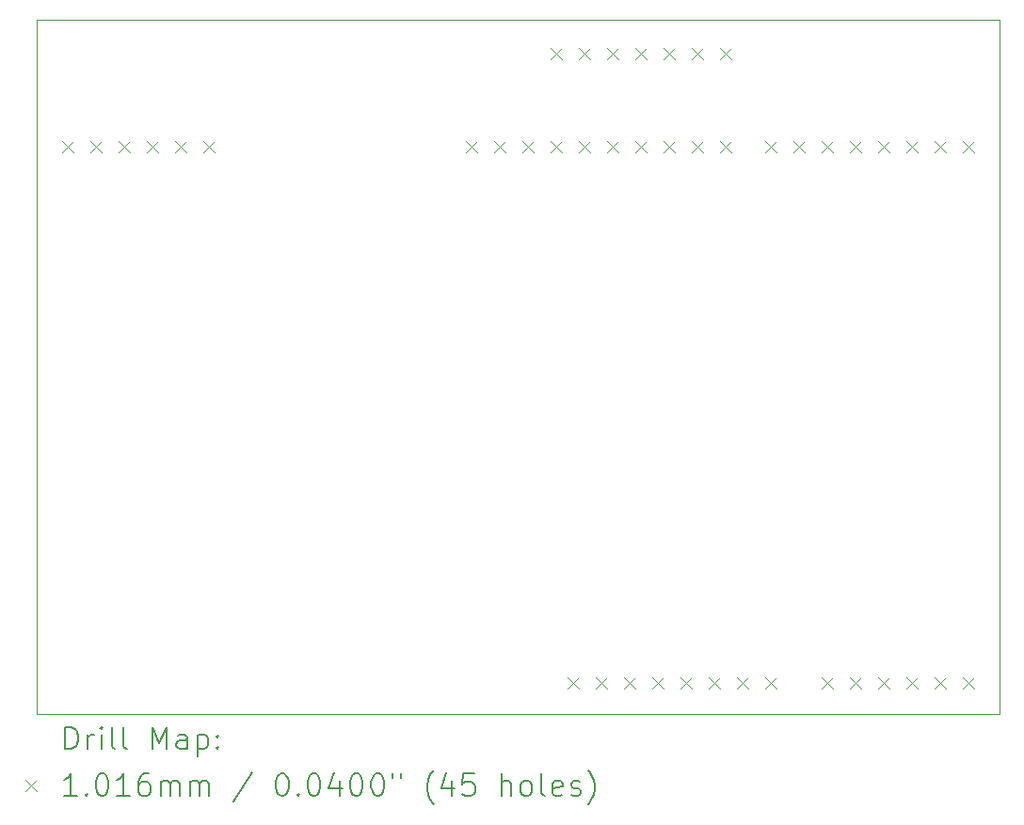
<source format=gbr>
%TF.GenerationSoftware,KiCad,Pcbnew,7.0.11+dfsg-1build4*%
%TF.CreationDate,2025-03-22T15:12:23-04:00*%
%TF.ProjectId,Peripherals Board,50657269-7068-4657-9261-6c7320426f61,rev?*%
%TF.SameCoordinates,Original*%
%TF.FileFunction,Drillmap*%
%TF.FilePolarity,Positive*%
%FSLAX45Y45*%
G04 Gerber Fmt 4.5, Leading zero omitted, Abs format (unit mm)*
G04 Created by KiCad (PCBNEW 7.0.11+dfsg-1build4) date 2025-03-22 15:12:23*
%MOMM*%
%LPD*%
G01*
G04 APERTURE LIST*
%ADD10C,0.050000*%
%ADD11C,0.200000*%
%ADD12C,0.101600*%
G04 APERTURE END LIST*
D10*
X9652000Y-6731000D02*
X18313400Y-6731000D01*
X9652000Y-12979400D02*
X9652000Y-6731000D01*
X18313400Y-12979400D02*
X9652000Y-12979400D01*
X18313400Y-6731000D02*
X18313400Y-12979400D01*
D11*
D12*
X9880600Y-7823200D02*
X9982200Y-7924800D01*
X9982200Y-7823200D02*
X9880600Y-7924800D01*
X10134600Y-7823200D02*
X10236200Y-7924800D01*
X10236200Y-7823200D02*
X10134600Y-7924800D01*
X10388600Y-7823200D02*
X10490200Y-7924800D01*
X10490200Y-7823200D02*
X10388600Y-7924800D01*
X10642600Y-7823200D02*
X10744200Y-7924800D01*
X10744200Y-7823200D02*
X10642600Y-7924800D01*
X10896600Y-7823200D02*
X10998200Y-7924800D01*
X10998200Y-7823200D02*
X10896600Y-7924800D01*
X11150600Y-7823200D02*
X11252200Y-7924800D01*
X11252200Y-7823200D02*
X11150600Y-7924800D01*
X13512800Y-7823200D02*
X13614400Y-7924800D01*
X13614400Y-7823200D02*
X13512800Y-7924800D01*
X13766800Y-7823200D02*
X13868400Y-7924800D01*
X13868400Y-7823200D02*
X13766800Y-7924800D01*
X14020800Y-7823200D02*
X14122400Y-7924800D01*
X14122400Y-7823200D02*
X14020800Y-7924800D01*
X14274800Y-6985000D02*
X14376400Y-7086600D01*
X14376400Y-6985000D02*
X14274800Y-7086600D01*
X14274800Y-7823200D02*
X14376400Y-7924800D01*
X14376400Y-7823200D02*
X14274800Y-7924800D01*
X14427200Y-12649200D02*
X14528800Y-12750800D01*
X14528800Y-12649200D02*
X14427200Y-12750800D01*
X14528800Y-6985000D02*
X14630400Y-7086600D01*
X14630400Y-6985000D02*
X14528800Y-7086600D01*
X14528800Y-7823200D02*
X14630400Y-7924800D01*
X14630400Y-7823200D02*
X14528800Y-7924800D01*
X14681200Y-12649200D02*
X14782800Y-12750800D01*
X14782800Y-12649200D02*
X14681200Y-12750800D01*
X14782800Y-6985000D02*
X14884400Y-7086600D01*
X14884400Y-6985000D02*
X14782800Y-7086600D01*
X14782800Y-7823200D02*
X14884400Y-7924800D01*
X14884400Y-7823200D02*
X14782800Y-7924800D01*
X14935200Y-12649200D02*
X15036800Y-12750800D01*
X15036800Y-12649200D02*
X14935200Y-12750800D01*
X15036800Y-6985000D02*
X15138400Y-7086600D01*
X15138400Y-6985000D02*
X15036800Y-7086600D01*
X15036800Y-7823200D02*
X15138400Y-7924800D01*
X15138400Y-7823200D02*
X15036800Y-7924800D01*
X15189200Y-12649200D02*
X15290800Y-12750800D01*
X15290800Y-12649200D02*
X15189200Y-12750800D01*
X15290800Y-6985000D02*
X15392400Y-7086600D01*
X15392400Y-6985000D02*
X15290800Y-7086600D01*
X15290800Y-7823200D02*
X15392400Y-7924800D01*
X15392400Y-7823200D02*
X15290800Y-7924800D01*
X15443200Y-12649200D02*
X15544800Y-12750800D01*
X15544800Y-12649200D02*
X15443200Y-12750800D01*
X15544800Y-6985000D02*
X15646400Y-7086600D01*
X15646400Y-6985000D02*
X15544800Y-7086600D01*
X15544800Y-7823200D02*
X15646400Y-7924800D01*
X15646400Y-7823200D02*
X15544800Y-7924800D01*
X15697200Y-12649200D02*
X15798800Y-12750800D01*
X15798800Y-12649200D02*
X15697200Y-12750800D01*
X15798800Y-6985000D02*
X15900400Y-7086600D01*
X15900400Y-6985000D02*
X15798800Y-7086600D01*
X15798800Y-7823200D02*
X15900400Y-7924800D01*
X15900400Y-7823200D02*
X15798800Y-7924800D01*
X15951200Y-12649200D02*
X16052800Y-12750800D01*
X16052800Y-12649200D02*
X15951200Y-12750800D01*
X16205200Y-7823200D02*
X16306800Y-7924800D01*
X16306800Y-7823200D02*
X16205200Y-7924800D01*
X16205200Y-12649200D02*
X16306800Y-12750800D01*
X16306800Y-12649200D02*
X16205200Y-12750800D01*
X16459200Y-7823200D02*
X16560800Y-7924800D01*
X16560800Y-7823200D02*
X16459200Y-7924800D01*
X16713200Y-7823200D02*
X16814800Y-7924800D01*
X16814800Y-7823200D02*
X16713200Y-7924800D01*
X16713200Y-12649200D02*
X16814800Y-12750800D01*
X16814800Y-12649200D02*
X16713200Y-12750800D01*
X16967200Y-7823200D02*
X17068800Y-7924800D01*
X17068800Y-7823200D02*
X16967200Y-7924800D01*
X16967200Y-12649200D02*
X17068800Y-12750800D01*
X17068800Y-12649200D02*
X16967200Y-12750800D01*
X17221200Y-7823200D02*
X17322800Y-7924800D01*
X17322800Y-7823200D02*
X17221200Y-7924800D01*
X17221200Y-12649200D02*
X17322800Y-12750800D01*
X17322800Y-12649200D02*
X17221200Y-12750800D01*
X17475200Y-7823200D02*
X17576800Y-7924800D01*
X17576800Y-7823200D02*
X17475200Y-7924800D01*
X17475200Y-12649200D02*
X17576800Y-12750800D01*
X17576800Y-12649200D02*
X17475200Y-12750800D01*
X17729200Y-7823200D02*
X17830800Y-7924800D01*
X17830800Y-7823200D02*
X17729200Y-7924800D01*
X17729200Y-12649200D02*
X17830800Y-12750800D01*
X17830800Y-12649200D02*
X17729200Y-12750800D01*
X17983200Y-7823200D02*
X18084800Y-7924800D01*
X18084800Y-7823200D02*
X17983200Y-7924800D01*
X17983200Y-12649200D02*
X18084800Y-12750800D01*
X18084800Y-12649200D02*
X17983200Y-12750800D01*
D11*
X9910277Y-13293384D02*
X9910277Y-13093384D01*
X9910277Y-13093384D02*
X9957896Y-13093384D01*
X9957896Y-13093384D02*
X9986467Y-13102908D01*
X9986467Y-13102908D02*
X10005515Y-13121955D01*
X10005515Y-13121955D02*
X10015039Y-13141003D01*
X10015039Y-13141003D02*
X10024563Y-13179098D01*
X10024563Y-13179098D02*
X10024563Y-13207669D01*
X10024563Y-13207669D02*
X10015039Y-13245765D01*
X10015039Y-13245765D02*
X10005515Y-13264812D01*
X10005515Y-13264812D02*
X9986467Y-13283860D01*
X9986467Y-13283860D02*
X9957896Y-13293384D01*
X9957896Y-13293384D02*
X9910277Y-13293384D01*
X10110277Y-13293384D02*
X10110277Y-13160050D01*
X10110277Y-13198146D02*
X10119801Y-13179098D01*
X10119801Y-13179098D02*
X10129324Y-13169574D01*
X10129324Y-13169574D02*
X10148372Y-13160050D01*
X10148372Y-13160050D02*
X10167420Y-13160050D01*
X10234086Y-13293384D02*
X10234086Y-13160050D01*
X10234086Y-13093384D02*
X10224563Y-13102908D01*
X10224563Y-13102908D02*
X10234086Y-13112431D01*
X10234086Y-13112431D02*
X10243610Y-13102908D01*
X10243610Y-13102908D02*
X10234086Y-13093384D01*
X10234086Y-13093384D02*
X10234086Y-13112431D01*
X10357896Y-13293384D02*
X10338848Y-13283860D01*
X10338848Y-13283860D02*
X10329324Y-13264812D01*
X10329324Y-13264812D02*
X10329324Y-13093384D01*
X10462658Y-13293384D02*
X10443610Y-13283860D01*
X10443610Y-13283860D02*
X10434086Y-13264812D01*
X10434086Y-13264812D02*
X10434086Y-13093384D01*
X10691229Y-13293384D02*
X10691229Y-13093384D01*
X10691229Y-13093384D02*
X10757896Y-13236241D01*
X10757896Y-13236241D02*
X10824563Y-13093384D01*
X10824563Y-13093384D02*
X10824563Y-13293384D01*
X11005515Y-13293384D02*
X11005515Y-13188622D01*
X11005515Y-13188622D02*
X10995991Y-13169574D01*
X10995991Y-13169574D02*
X10976944Y-13160050D01*
X10976944Y-13160050D02*
X10938848Y-13160050D01*
X10938848Y-13160050D02*
X10919801Y-13169574D01*
X11005515Y-13283860D02*
X10986467Y-13293384D01*
X10986467Y-13293384D02*
X10938848Y-13293384D01*
X10938848Y-13293384D02*
X10919801Y-13283860D01*
X10919801Y-13283860D02*
X10910277Y-13264812D01*
X10910277Y-13264812D02*
X10910277Y-13245765D01*
X10910277Y-13245765D02*
X10919801Y-13226717D01*
X10919801Y-13226717D02*
X10938848Y-13217193D01*
X10938848Y-13217193D02*
X10986467Y-13217193D01*
X10986467Y-13217193D02*
X11005515Y-13207669D01*
X11100753Y-13160050D02*
X11100753Y-13360050D01*
X11100753Y-13169574D02*
X11119801Y-13160050D01*
X11119801Y-13160050D02*
X11157896Y-13160050D01*
X11157896Y-13160050D02*
X11176944Y-13169574D01*
X11176944Y-13169574D02*
X11186467Y-13179098D01*
X11186467Y-13179098D02*
X11195991Y-13198146D01*
X11195991Y-13198146D02*
X11195991Y-13255288D01*
X11195991Y-13255288D02*
X11186467Y-13274336D01*
X11186467Y-13274336D02*
X11176944Y-13283860D01*
X11176944Y-13283860D02*
X11157896Y-13293384D01*
X11157896Y-13293384D02*
X11119801Y-13293384D01*
X11119801Y-13293384D02*
X11100753Y-13283860D01*
X11281705Y-13274336D02*
X11291229Y-13283860D01*
X11291229Y-13283860D02*
X11281705Y-13293384D01*
X11281705Y-13293384D02*
X11272182Y-13283860D01*
X11272182Y-13283860D02*
X11281705Y-13274336D01*
X11281705Y-13274336D02*
X11281705Y-13293384D01*
X11281705Y-13169574D02*
X11291229Y-13179098D01*
X11291229Y-13179098D02*
X11281705Y-13188622D01*
X11281705Y-13188622D02*
X11272182Y-13179098D01*
X11272182Y-13179098D02*
X11281705Y-13169574D01*
X11281705Y-13169574D02*
X11281705Y-13188622D01*
D12*
X9547900Y-13571100D02*
X9649500Y-13672700D01*
X9649500Y-13571100D02*
X9547900Y-13672700D01*
D11*
X10015039Y-13713384D02*
X9900753Y-13713384D01*
X9957896Y-13713384D02*
X9957896Y-13513384D01*
X9957896Y-13513384D02*
X9938848Y-13541955D01*
X9938848Y-13541955D02*
X9919801Y-13561003D01*
X9919801Y-13561003D02*
X9900753Y-13570527D01*
X10100753Y-13694336D02*
X10110277Y-13703860D01*
X10110277Y-13703860D02*
X10100753Y-13713384D01*
X10100753Y-13713384D02*
X10091229Y-13703860D01*
X10091229Y-13703860D02*
X10100753Y-13694336D01*
X10100753Y-13694336D02*
X10100753Y-13713384D01*
X10234086Y-13513384D02*
X10253134Y-13513384D01*
X10253134Y-13513384D02*
X10272182Y-13522908D01*
X10272182Y-13522908D02*
X10281705Y-13532431D01*
X10281705Y-13532431D02*
X10291229Y-13551479D01*
X10291229Y-13551479D02*
X10300753Y-13589574D01*
X10300753Y-13589574D02*
X10300753Y-13637193D01*
X10300753Y-13637193D02*
X10291229Y-13675288D01*
X10291229Y-13675288D02*
X10281705Y-13694336D01*
X10281705Y-13694336D02*
X10272182Y-13703860D01*
X10272182Y-13703860D02*
X10253134Y-13713384D01*
X10253134Y-13713384D02*
X10234086Y-13713384D01*
X10234086Y-13713384D02*
X10215039Y-13703860D01*
X10215039Y-13703860D02*
X10205515Y-13694336D01*
X10205515Y-13694336D02*
X10195991Y-13675288D01*
X10195991Y-13675288D02*
X10186467Y-13637193D01*
X10186467Y-13637193D02*
X10186467Y-13589574D01*
X10186467Y-13589574D02*
X10195991Y-13551479D01*
X10195991Y-13551479D02*
X10205515Y-13532431D01*
X10205515Y-13532431D02*
X10215039Y-13522908D01*
X10215039Y-13522908D02*
X10234086Y-13513384D01*
X10491229Y-13713384D02*
X10376944Y-13713384D01*
X10434086Y-13713384D02*
X10434086Y-13513384D01*
X10434086Y-13513384D02*
X10415039Y-13541955D01*
X10415039Y-13541955D02*
X10395991Y-13561003D01*
X10395991Y-13561003D02*
X10376944Y-13570527D01*
X10662658Y-13513384D02*
X10624563Y-13513384D01*
X10624563Y-13513384D02*
X10605515Y-13522908D01*
X10605515Y-13522908D02*
X10595991Y-13532431D01*
X10595991Y-13532431D02*
X10576944Y-13561003D01*
X10576944Y-13561003D02*
X10567420Y-13599098D01*
X10567420Y-13599098D02*
X10567420Y-13675288D01*
X10567420Y-13675288D02*
X10576944Y-13694336D01*
X10576944Y-13694336D02*
X10586467Y-13703860D01*
X10586467Y-13703860D02*
X10605515Y-13713384D01*
X10605515Y-13713384D02*
X10643610Y-13713384D01*
X10643610Y-13713384D02*
X10662658Y-13703860D01*
X10662658Y-13703860D02*
X10672182Y-13694336D01*
X10672182Y-13694336D02*
X10681705Y-13675288D01*
X10681705Y-13675288D02*
X10681705Y-13627669D01*
X10681705Y-13627669D02*
X10672182Y-13608622D01*
X10672182Y-13608622D02*
X10662658Y-13599098D01*
X10662658Y-13599098D02*
X10643610Y-13589574D01*
X10643610Y-13589574D02*
X10605515Y-13589574D01*
X10605515Y-13589574D02*
X10586467Y-13599098D01*
X10586467Y-13599098D02*
X10576944Y-13608622D01*
X10576944Y-13608622D02*
X10567420Y-13627669D01*
X10767420Y-13713384D02*
X10767420Y-13580050D01*
X10767420Y-13599098D02*
X10776944Y-13589574D01*
X10776944Y-13589574D02*
X10795991Y-13580050D01*
X10795991Y-13580050D02*
X10824563Y-13580050D01*
X10824563Y-13580050D02*
X10843610Y-13589574D01*
X10843610Y-13589574D02*
X10853134Y-13608622D01*
X10853134Y-13608622D02*
X10853134Y-13713384D01*
X10853134Y-13608622D02*
X10862658Y-13589574D01*
X10862658Y-13589574D02*
X10881705Y-13580050D01*
X10881705Y-13580050D02*
X10910277Y-13580050D01*
X10910277Y-13580050D02*
X10929325Y-13589574D01*
X10929325Y-13589574D02*
X10938848Y-13608622D01*
X10938848Y-13608622D02*
X10938848Y-13713384D01*
X11034086Y-13713384D02*
X11034086Y-13580050D01*
X11034086Y-13599098D02*
X11043610Y-13589574D01*
X11043610Y-13589574D02*
X11062658Y-13580050D01*
X11062658Y-13580050D02*
X11091229Y-13580050D01*
X11091229Y-13580050D02*
X11110277Y-13589574D01*
X11110277Y-13589574D02*
X11119801Y-13608622D01*
X11119801Y-13608622D02*
X11119801Y-13713384D01*
X11119801Y-13608622D02*
X11129325Y-13589574D01*
X11129325Y-13589574D02*
X11148372Y-13580050D01*
X11148372Y-13580050D02*
X11176944Y-13580050D01*
X11176944Y-13580050D02*
X11195991Y-13589574D01*
X11195991Y-13589574D02*
X11205515Y-13608622D01*
X11205515Y-13608622D02*
X11205515Y-13713384D01*
X11595991Y-13503860D02*
X11424563Y-13761003D01*
X11853134Y-13513384D02*
X11872182Y-13513384D01*
X11872182Y-13513384D02*
X11891229Y-13522908D01*
X11891229Y-13522908D02*
X11900753Y-13532431D01*
X11900753Y-13532431D02*
X11910277Y-13551479D01*
X11910277Y-13551479D02*
X11919801Y-13589574D01*
X11919801Y-13589574D02*
X11919801Y-13637193D01*
X11919801Y-13637193D02*
X11910277Y-13675288D01*
X11910277Y-13675288D02*
X11900753Y-13694336D01*
X11900753Y-13694336D02*
X11891229Y-13703860D01*
X11891229Y-13703860D02*
X11872182Y-13713384D01*
X11872182Y-13713384D02*
X11853134Y-13713384D01*
X11853134Y-13713384D02*
X11834086Y-13703860D01*
X11834086Y-13703860D02*
X11824563Y-13694336D01*
X11824563Y-13694336D02*
X11815039Y-13675288D01*
X11815039Y-13675288D02*
X11805515Y-13637193D01*
X11805515Y-13637193D02*
X11805515Y-13589574D01*
X11805515Y-13589574D02*
X11815039Y-13551479D01*
X11815039Y-13551479D02*
X11824563Y-13532431D01*
X11824563Y-13532431D02*
X11834086Y-13522908D01*
X11834086Y-13522908D02*
X11853134Y-13513384D01*
X12005515Y-13694336D02*
X12015039Y-13703860D01*
X12015039Y-13703860D02*
X12005515Y-13713384D01*
X12005515Y-13713384D02*
X11995991Y-13703860D01*
X11995991Y-13703860D02*
X12005515Y-13694336D01*
X12005515Y-13694336D02*
X12005515Y-13713384D01*
X12138848Y-13513384D02*
X12157896Y-13513384D01*
X12157896Y-13513384D02*
X12176944Y-13522908D01*
X12176944Y-13522908D02*
X12186467Y-13532431D01*
X12186467Y-13532431D02*
X12195991Y-13551479D01*
X12195991Y-13551479D02*
X12205515Y-13589574D01*
X12205515Y-13589574D02*
X12205515Y-13637193D01*
X12205515Y-13637193D02*
X12195991Y-13675288D01*
X12195991Y-13675288D02*
X12186467Y-13694336D01*
X12186467Y-13694336D02*
X12176944Y-13703860D01*
X12176944Y-13703860D02*
X12157896Y-13713384D01*
X12157896Y-13713384D02*
X12138848Y-13713384D01*
X12138848Y-13713384D02*
X12119801Y-13703860D01*
X12119801Y-13703860D02*
X12110277Y-13694336D01*
X12110277Y-13694336D02*
X12100753Y-13675288D01*
X12100753Y-13675288D02*
X12091229Y-13637193D01*
X12091229Y-13637193D02*
X12091229Y-13589574D01*
X12091229Y-13589574D02*
X12100753Y-13551479D01*
X12100753Y-13551479D02*
X12110277Y-13532431D01*
X12110277Y-13532431D02*
X12119801Y-13522908D01*
X12119801Y-13522908D02*
X12138848Y-13513384D01*
X12376944Y-13580050D02*
X12376944Y-13713384D01*
X12329325Y-13503860D02*
X12281706Y-13646717D01*
X12281706Y-13646717D02*
X12405515Y-13646717D01*
X12519801Y-13513384D02*
X12538848Y-13513384D01*
X12538848Y-13513384D02*
X12557896Y-13522908D01*
X12557896Y-13522908D02*
X12567420Y-13532431D01*
X12567420Y-13532431D02*
X12576944Y-13551479D01*
X12576944Y-13551479D02*
X12586467Y-13589574D01*
X12586467Y-13589574D02*
X12586467Y-13637193D01*
X12586467Y-13637193D02*
X12576944Y-13675288D01*
X12576944Y-13675288D02*
X12567420Y-13694336D01*
X12567420Y-13694336D02*
X12557896Y-13703860D01*
X12557896Y-13703860D02*
X12538848Y-13713384D01*
X12538848Y-13713384D02*
X12519801Y-13713384D01*
X12519801Y-13713384D02*
X12500753Y-13703860D01*
X12500753Y-13703860D02*
X12491229Y-13694336D01*
X12491229Y-13694336D02*
X12481706Y-13675288D01*
X12481706Y-13675288D02*
X12472182Y-13637193D01*
X12472182Y-13637193D02*
X12472182Y-13589574D01*
X12472182Y-13589574D02*
X12481706Y-13551479D01*
X12481706Y-13551479D02*
X12491229Y-13532431D01*
X12491229Y-13532431D02*
X12500753Y-13522908D01*
X12500753Y-13522908D02*
X12519801Y-13513384D01*
X12710277Y-13513384D02*
X12729325Y-13513384D01*
X12729325Y-13513384D02*
X12748372Y-13522908D01*
X12748372Y-13522908D02*
X12757896Y-13532431D01*
X12757896Y-13532431D02*
X12767420Y-13551479D01*
X12767420Y-13551479D02*
X12776944Y-13589574D01*
X12776944Y-13589574D02*
X12776944Y-13637193D01*
X12776944Y-13637193D02*
X12767420Y-13675288D01*
X12767420Y-13675288D02*
X12757896Y-13694336D01*
X12757896Y-13694336D02*
X12748372Y-13703860D01*
X12748372Y-13703860D02*
X12729325Y-13713384D01*
X12729325Y-13713384D02*
X12710277Y-13713384D01*
X12710277Y-13713384D02*
X12691229Y-13703860D01*
X12691229Y-13703860D02*
X12681706Y-13694336D01*
X12681706Y-13694336D02*
X12672182Y-13675288D01*
X12672182Y-13675288D02*
X12662658Y-13637193D01*
X12662658Y-13637193D02*
X12662658Y-13589574D01*
X12662658Y-13589574D02*
X12672182Y-13551479D01*
X12672182Y-13551479D02*
X12681706Y-13532431D01*
X12681706Y-13532431D02*
X12691229Y-13522908D01*
X12691229Y-13522908D02*
X12710277Y-13513384D01*
X12853134Y-13513384D02*
X12853134Y-13551479D01*
X12929325Y-13513384D02*
X12929325Y-13551479D01*
X13224563Y-13789574D02*
X13215039Y-13780050D01*
X13215039Y-13780050D02*
X13195991Y-13751479D01*
X13195991Y-13751479D02*
X13186468Y-13732431D01*
X13186468Y-13732431D02*
X13176944Y-13703860D01*
X13176944Y-13703860D02*
X13167420Y-13656241D01*
X13167420Y-13656241D02*
X13167420Y-13618146D01*
X13167420Y-13618146D02*
X13176944Y-13570527D01*
X13176944Y-13570527D02*
X13186468Y-13541955D01*
X13186468Y-13541955D02*
X13195991Y-13522908D01*
X13195991Y-13522908D02*
X13215039Y-13494336D01*
X13215039Y-13494336D02*
X13224563Y-13484812D01*
X13386468Y-13580050D02*
X13386468Y-13713384D01*
X13338848Y-13503860D02*
X13291229Y-13646717D01*
X13291229Y-13646717D02*
X13415039Y-13646717D01*
X13586468Y-13513384D02*
X13491229Y-13513384D01*
X13491229Y-13513384D02*
X13481706Y-13608622D01*
X13481706Y-13608622D02*
X13491229Y-13599098D01*
X13491229Y-13599098D02*
X13510277Y-13589574D01*
X13510277Y-13589574D02*
X13557896Y-13589574D01*
X13557896Y-13589574D02*
X13576944Y-13599098D01*
X13576944Y-13599098D02*
X13586468Y-13608622D01*
X13586468Y-13608622D02*
X13595991Y-13627669D01*
X13595991Y-13627669D02*
X13595991Y-13675288D01*
X13595991Y-13675288D02*
X13586468Y-13694336D01*
X13586468Y-13694336D02*
X13576944Y-13703860D01*
X13576944Y-13703860D02*
X13557896Y-13713384D01*
X13557896Y-13713384D02*
X13510277Y-13713384D01*
X13510277Y-13713384D02*
X13491229Y-13703860D01*
X13491229Y-13703860D02*
X13481706Y-13694336D01*
X13834087Y-13713384D02*
X13834087Y-13513384D01*
X13919801Y-13713384D02*
X13919801Y-13608622D01*
X13919801Y-13608622D02*
X13910277Y-13589574D01*
X13910277Y-13589574D02*
X13891230Y-13580050D01*
X13891230Y-13580050D02*
X13862658Y-13580050D01*
X13862658Y-13580050D02*
X13843610Y-13589574D01*
X13843610Y-13589574D02*
X13834087Y-13599098D01*
X14043610Y-13713384D02*
X14024563Y-13703860D01*
X14024563Y-13703860D02*
X14015039Y-13694336D01*
X14015039Y-13694336D02*
X14005515Y-13675288D01*
X14005515Y-13675288D02*
X14005515Y-13618146D01*
X14005515Y-13618146D02*
X14015039Y-13599098D01*
X14015039Y-13599098D02*
X14024563Y-13589574D01*
X14024563Y-13589574D02*
X14043610Y-13580050D01*
X14043610Y-13580050D02*
X14072182Y-13580050D01*
X14072182Y-13580050D02*
X14091230Y-13589574D01*
X14091230Y-13589574D02*
X14100753Y-13599098D01*
X14100753Y-13599098D02*
X14110277Y-13618146D01*
X14110277Y-13618146D02*
X14110277Y-13675288D01*
X14110277Y-13675288D02*
X14100753Y-13694336D01*
X14100753Y-13694336D02*
X14091230Y-13703860D01*
X14091230Y-13703860D02*
X14072182Y-13713384D01*
X14072182Y-13713384D02*
X14043610Y-13713384D01*
X14224563Y-13713384D02*
X14205515Y-13703860D01*
X14205515Y-13703860D02*
X14195991Y-13684812D01*
X14195991Y-13684812D02*
X14195991Y-13513384D01*
X14376944Y-13703860D02*
X14357896Y-13713384D01*
X14357896Y-13713384D02*
X14319801Y-13713384D01*
X14319801Y-13713384D02*
X14300753Y-13703860D01*
X14300753Y-13703860D02*
X14291230Y-13684812D01*
X14291230Y-13684812D02*
X14291230Y-13608622D01*
X14291230Y-13608622D02*
X14300753Y-13589574D01*
X14300753Y-13589574D02*
X14319801Y-13580050D01*
X14319801Y-13580050D02*
X14357896Y-13580050D01*
X14357896Y-13580050D02*
X14376944Y-13589574D01*
X14376944Y-13589574D02*
X14386468Y-13608622D01*
X14386468Y-13608622D02*
X14386468Y-13627669D01*
X14386468Y-13627669D02*
X14291230Y-13646717D01*
X14462658Y-13703860D02*
X14481706Y-13713384D01*
X14481706Y-13713384D02*
X14519801Y-13713384D01*
X14519801Y-13713384D02*
X14538849Y-13703860D01*
X14538849Y-13703860D02*
X14548372Y-13684812D01*
X14548372Y-13684812D02*
X14548372Y-13675288D01*
X14548372Y-13675288D02*
X14538849Y-13656241D01*
X14538849Y-13656241D02*
X14519801Y-13646717D01*
X14519801Y-13646717D02*
X14491230Y-13646717D01*
X14491230Y-13646717D02*
X14472182Y-13637193D01*
X14472182Y-13637193D02*
X14462658Y-13618146D01*
X14462658Y-13618146D02*
X14462658Y-13608622D01*
X14462658Y-13608622D02*
X14472182Y-13589574D01*
X14472182Y-13589574D02*
X14491230Y-13580050D01*
X14491230Y-13580050D02*
X14519801Y-13580050D01*
X14519801Y-13580050D02*
X14538849Y-13589574D01*
X14615039Y-13789574D02*
X14624563Y-13780050D01*
X14624563Y-13780050D02*
X14643611Y-13751479D01*
X14643611Y-13751479D02*
X14653134Y-13732431D01*
X14653134Y-13732431D02*
X14662658Y-13703860D01*
X14662658Y-13703860D02*
X14672182Y-13656241D01*
X14672182Y-13656241D02*
X14672182Y-13618146D01*
X14672182Y-13618146D02*
X14662658Y-13570527D01*
X14662658Y-13570527D02*
X14653134Y-13541955D01*
X14653134Y-13541955D02*
X14643611Y-13522908D01*
X14643611Y-13522908D02*
X14624563Y-13494336D01*
X14624563Y-13494336D02*
X14615039Y-13484812D01*
M02*

</source>
